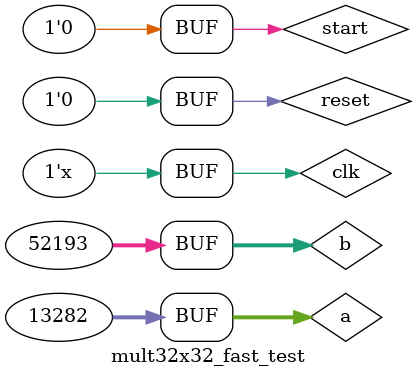
<source format=sv>
module mult32x32_fast_test;

    logic clk;            // Clock
    logic reset;          // Reset
    logic start;          // Start signal
    logic [31:0] a;       // Input a
    logic [31:0] b;       // Input b
    logic busy;           // Multiplier busy indication
    logic [63:0] product; // Miltiplication product

// Put your code here
// ------------------
	mult32x32_fast uut(
		.clk(clk),
		.reset(reset),
		.start(start),
		.a(a),
		.b(b),
		.busy(busy),
		.product(product)
	);

	initial begin
		clk = 1'b0;
		start = 1'b0;
		#5
		reset = 1'b1;
		#40
		reset = 1'b0;
		a = 32'd208548834;
		b = 32'd300731361;
		#10
		start = 1'b1;
		#10
		start = 1'b0;
		#200
		a = 32'h33e2;
		b = 32'hCBE1;
		#10
		start = 1'b1;
		#10
		start = 1'b0;
	end
	always begin
		#5
		clk = ~clk;
	end
		



// End of your code

endmodule

</source>
